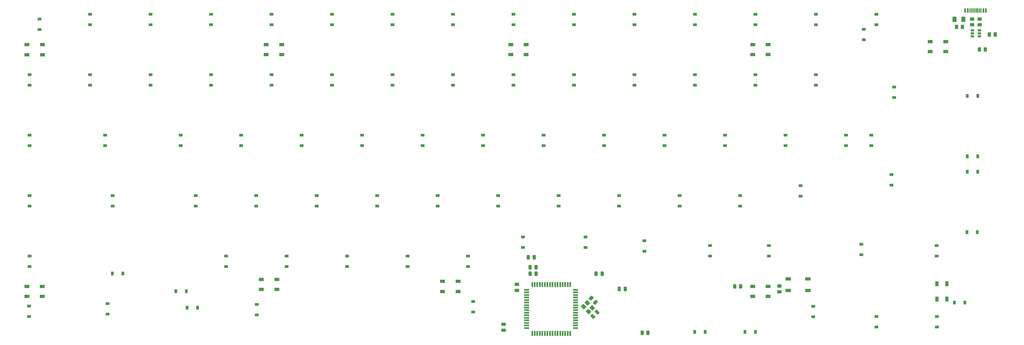
<source format=gbr>
%TF.GenerationSoftware,KiCad,Pcbnew,(5.1.9)-1*%
%TF.CreationDate,2021-05-17T13:38:32-04:00*%
%TF.ProjectId,rnm-75E,726e6d2d-3735-4452-9e6b-696361645f70,rev?*%
%TF.SameCoordinates,Original*%
%TF.FileFunction,Paste,Bot*%
%TF.FilePolarity,Positive*%
%FSLAX46Y46*%
G04 Gerber Fmt 4.6, Leading zero omitted, Abs format (unit mm)*
G04 Created by KiCad (PCBNEW (5.1.9)-1) date 2021-05-17 13:38:32*
%MOMM*%
%LPD*%
G01*
G04 APERTURE LIST*
%ADD10R,0.900000X1.200000*%
%ADD11R,1.200000X0.900000*%
%ADD12R,0.600000X1.450000*%
%ADD13R,0.300000X1.450000*%
%ADD14R,1.060000X0.650000*%
%ADD15R,1.500000X0.550000*%
%ADD16R,0.550000X1.500000*%
%ADD17C,0.100000*%
%ADD18R,1.800000X1.100000*%
%ADD19R,1.500000X1.000000*%
%ADD20R,1.000000X1.500000*%
G04 APERTURE END LIST*
D10*
%TO.C,D_SPLIT_RS_R1*%
X125412500Y-187325000D03*
X128712500Y-187325000D03*
%TD*%
D11*
%TO.C,D_SPLIT_BS_R1*%
X342106250Y-108075000D03*
X342106250Y-104775000D03*
%TD*%
D12*
%TO.C,J2*%
X380545000Y-98865000D03*
X379745000Y-98865000D03*
X374845000Y-98865000D03*
X374045000Y-98865000D03*
X374045000Y-98865000D03*
X374845000Y-98865000D03*
X379745000Y-98865000D03*
X380545000Y-98865000D03*
D13*
X375545000Y-98865000D03*
X376045000Y-98865000D03*
X376545000Y-98865000D03*
X377545000Y-98865000D03*
X378045000Y-98865000D03*
X378545000Y-98865000D03*
X379045000Y-98865000D03*
X377045000Y-98865000D03*
%TD*%
%TO.C,C_F3*%
G36*
G01*
X237832500Y-177093750D02*
X237832500Y-176143750D01*
G75*
G02*
X238082500Y-175893750I250000J0D01*
G01*
X238582500Y-175893750D01*
G75*
G02*
X238832500Y-176143750I0J-250000D01*
G01*
X238832500Y-177093750D01*
G75*
G02*
X238582500Y-177343750I-250000J0D01*
G01*
X238082500Y-177343750D01*
G75*
G02*
X237832500Y-177093750I0J250000D01*
G01*
G37*
G36*
G01*
X235932500Y-177093750D02*
X235932500Y-176143750D01*
G75*
G02*
X236182500Y-175893750I250000J0D01*
G01*
X236682500Y-175893750D01*
G75*
G02*
X236932500Y-176143750I0J-250000D01*
G01*
X236932500Y-177093750D01*
G75*
G02*
X236682500Y-177343750I-250000J0D01*
G01*
X236182500Y-177343750D01*
G75*
G02*
X235932500Y-177093750I0J250000D01*
G01*
G37*
%TD*%
%TO.C,C_X2*%
G36*
G01*
X256906029Y-189507878D02*
X256234278Y-190179629D01*
G75*
G02*
X255880724Y-190179629I-176777J176777D01*
G01*
X255527171Y-189826076D01*
G75*
G02*
X255527171Y-189472522I176777J176777D01*
G01*
X256198922Y-188800771D01*
G75*
G02*
X256552476Y-188800771I176777J-176777D01*
G01*
X256906029Y-189154324D01*
G75*
G02*
X256906029Y-189507878I-176777J-176777D01*
G01*
G37*
G36*
G01*
X258249531Y-190851380D02*
X257577780Y-191523131D01*
G75*
G02*
X257224226Y-191523131I-176777J176777D01*
G01*
X256870673Y-191169578D01*
G75*
G02*
X256870673Y-190816024I176777J176777D01*
G01*
X257542424Y-190144273D01*
G75*
G02*
X257895978Y-190144273I176777J-176777D01*
G01*
X258249531Y-190497826D01*
G75*
G02*
X258249531Y-190851380I-176777J-176777D01*
G01*
G37*
%TD*%
D14*
%TO.C,U2*%
X376317600Y-106036000D03*
X376317600Y-105086000D03*
X376317600Y-106986000D03*
X378517600Y-106986000D03*
X378517600Y-106036000D03*
X378517600Y-105086000D03*
%TD*%
D15*
%TO.C,U1*%
X235975000Y-186900000D03*
X235975000Y-187700000D03*
X235975000Y-188500000D03*
X235975000Y-189300000D03*
X235975000Y-190100000D03*
X235975000Y-190900000D03*
X235975000Y-191700000D03*
X235975000Y-192500000D03*
X235975000Y-193300000D03*
X235975000Y-194100000D03*
X235975000Y-194900000D03*
X235975000Y-195700000D03*
X235975000Y-196500000D03*
X235975000Y-197300000D03*
X235975000Y-198100000D03*
X235975000Y-198900000D03*
D16*
X237675000Y-200600000D03*
X238475000Y-200600000D03*
X239275000Y-200600000D03*
X240075000Y-200600000D03*
X240875000Y-200600000D03*
X241675000Y-200600000D03*
X242475000Y-200600000D03*
X243275000Y-200600000D03*
X244075000Y-200600000D03*
X244875000Y-200600000D03*
X245675000Y-200600000D03*
X246475000Y-200600000D03*
X247275000Y-200600000D03*
X248075000Y-200600000D03*
X248875000Y-200600000D03*
X249675000Y-200600000D03*
D15*
X251375000Y-198900000D03*
X251375000Y-198100000D03*
X251375000Y-197300000D03*
X251375000Y-196500000D03*
X251375000Y-195700000D03*
X251375000Y-194900000D03*
X251375000Y-194100000D03*
X251375000Y-193300000D03*
X251375000Y-192500000D03*
X251375000Y-191700000D03*
X251375000Y-190900000D03*
X251375000Y-190100000D03*
X251375000Y-189300000D03*
X251375000Y-188500000D03*
X251375000Y-187700000D03*
X251375000Y-186900000D03*
D16*
X249675000Y-185200000D03*
X248875000Y-185200000D03*
X248075000Y-185200000D03*
X247275000Y-185200000D03*
X246475000Y-185200000D03*
X245675000Y-185200000D03*
X244875000Y-185200000D03*
X244075000Y-185200000D03*
X243275000Y-185200000D03*
X242475000Y-185200000D03*
X241675000Y-185200000D03*
X240875000Y-185200000D03*
X240075000Y-185200000D03*
X239275000Y-185200000D03*
X238475000Y-185200000D03*
X237675000Y-185200000D03*
%TD*%
%TO.C,R2*%
G36*
G01*
X302006500Y-185344498D02*
X302006500Y-186244502D01*
G75*
G02*
X301756502Y-186494500I-249998J0D01*
G01*
X301231498Y-186494500D01*
G75*
G02*
X300981500Y-186244502I0J249998D01*
G01*
X300981500Y-185344498D01*
G75*
G02*
X301231498Y-185094500I249998J0D01*
G01*
X301756502Y-185094500D01*
G75*
G02*
X302006500Y-185344498I0J-249998D01*
G01*
G37*
G36*
G01*
X303831500Y-185344498D02*
X303831500Y-186244502D01*
G75*
G02*
X303581502Y-186494500I-249998J0D01*
G01*
X303056498Y-186494500D01*
G75*
G02*
X302806500Y-186244502I0J249998D01*
G01*
X302806500Y-185344498D01*
G75*
G02*
X303056498Y-185094500I249998J0D01*
G01*
X303581502Y-185094500D01*
G75*
G02*
X303831500Y-185344498I0J-249998D01*
G01*
G37*
%TD*%
%TO.C,C_FM1*%
G36*
G01*
X239406500Y-179287000D02*
X239406500Y-180237000D01*
G75*
G02*
X239156500Y-180487000I-250000J0D01*
G01*
X238656500Y-180487000D01*
G75*
G02*
X238406500Y-180237000I0J250000D01*
G01*
X238406500Y-179287000D01*
G75*
G02*
X238656500Y-179037000I250000J0D01*
G01*
X239156500Y-179037000D01*
G75*
G02*
X239406500Y-179287000I0J-250000D01*
G01*
G37*
G36*
G01*
X237506500Y-179287000D02*
X237506500Y-180237000D01*
G75*
G02*
X237256500Y-180487000I-250000J0D01*
G01*
X236756500Y-180487000D01*
G75*
G02*
X236506500Y-180237000I0J250000D01*
G01*
X236506500Y-179287000D01*
G75*
G02*
X236756500Y-179037000I250000J0D01*
G01*
X237256500Y-179037000D01*
G75*
G02*
X237506500Y-179287000I0J-250000D01*
G01*
G37*
%TD*%
D17*
%TO.C,Y1*%
G36*
X257505955Y-192606865D02*
G01*
X256657427Y-193455393D01*
X255667477Y-192465443D01*
X256516005Y-191616915D01*
X257505955Y-192606865D01*
G37*
G36*
X255950320Y-191051230D02*
G01*
X255101792Y-191899758D01*
X254111842Y-190909808D01*
X254960370Y-190061280D01*
X255950320Y-191051230D01*
G37*
G36*
X254748239Y-192253311D02*
G01*
X253899711Y-193101839D01*
X252909761Y-192111889D01*
X253758289Y-191263361D01*
X254748239Y-192253311D01*
G37*
G36*
X256303874Y-193808946D02*
G01*
X255455346Y-194657474D01*
X254465396Y-193667524D01*
X255313924Y-192818996D01*
X256303874Y-193808946D01*
G37*
%TD*%
D18*
%TO.C,SW1*%
X318281500Y-183413250D03*
X324481500Y-187113250D03*
X318281500Y-187113250D03*
X324481500Y-183413250D03*
%TD*%
%TO.C,R_u2*%
G36*
G01*
X382175250Y-105969498D02*
X382175250Y-106869502D01*
G75*
G02*
X381925252Y-107119500I-249998J0D01*
G01*
X381400248Y-107119500D01*
G75*
G02*
X381150250Y-106869502I0J249998D01*
G01*
X381150250Y-105969498D01*
G75*
G02*
X381400248Y-105719500I249998J0D01*
G01*
X381925252Y-105719500D01*
G75*
G02*
X382175250Y-105969498I0J-249998D01*
G01*
G37*
G36*
G01*
X384000250Y-105969498D02*
X384000250Y-106869502D01*
G75*
G02*
X383750252Y-107119500I-249998J0D01*
G01*
X383225248Y-107119500D01*
G75*
G02*
X382975250Y-106869502I0J249998D01*
G01*
X382975250Y-105969498D01*
G75*
G02*
X383225248Y-105719500I249998J0D01*
G01*
X383750252Y-105719500D01*
G75*
G02*
X384000250Y-105969498I0J-249998D01*
G01*
G37*
%TD*%
%TO.C,R_u1*%
G36*
G01*
X372656500Y-104488252D02*
X372656500Y-103588248D01*
G75*
G02*
X372906498Y-103338250I249998J0D01*
G01*
X373431502Y-103338250D01*
G75*
G02*
X373681500Y-103588248I0J-249998D01*
G01*
X373681500Y-104488252D01*
G75*
G02*
X373431502Y-104738250I-249998J0D01*
G01*
X372906498Y-104738250D01*
G75*
G02*
X372656500Y-104488252I0J249998D01*
G01*
G37*
G36*
G01*
X370831500Y-104488252D02*
X370831500Y-103588248D01*
G75*
G02*
X371081498Y-103338250I249998J0D01*
G01*
X371606502Y-103338250D01*
G75*
G02*
X371856500Y-103588248I0J-249998D01*
G01*
X371856500Y-104488252D01*
G75*
G02*
X371606502Y-104738250I-249998J0D01*
G01*
X371081498Y-104738250D01*
G75*
G02*
X370831500Y-104488252I0J249998D01*
G01*
G37*
%TD*%
%TO.C,R_SW2*%
G36*
G01*
X271795000Y-200881252D02*
X271795000Y-199981248D01*
G75*
G02*
X272044998Y-199731250I249998J0D01*
G01*
X272570002Y-199731250D01*
G75*
G02*
X272820000Y-199981248I0J-249998D01*
G01*
X272820000Y-200881252D01*
G75*
G02*
X272570002Y-201131250I-249998J0D01*
G01*
X272044998Y-201131250D01*
G75*
G02*
X271795000Y-200881252I0J249998D01*
G01*
G37*
G36*
G01*
X273620000Y-200881252D02*
X273620000Y-199981248D01*
G75*
G02*
X273869998Y-199731250I249998J0D01*
G01*
X274395002Y-199731250D01*
G75*
G02*
X274645000Y-199981248I0J-249998D01*
G01*
X274645000Y-200881252D01*
G75*
G02*
X274395002Y-201131250I-249998J0D01*
G01*
X273869998Y-201131250D01*
G75*
G02*
X273620000Y-200881252I0J249998D01*
G01*
G37*
%TD*%
%TO.C,R_SW1*%
G36*
G01*
X315975602Y-188021500D02*
X315075598Y-188021500D01*
G75*
G02*
X314825600Y-187771502I0J249998D01*
G01*
X314825600Y-187246498D01*
G75*
G02*
X315075598Y-186996500I249998J0D01*
G01*
X315975602Y-186996500D01*
G75*
G02*
X316225600Y-187246498I0J-249998D01*
G01*
X316225600Y-187771502D01*
G75*
G02*
X315975602Y-188021500I-249998J0D01*
G01*
G37*
G36*
G01*
X315975602Y-186196500D02*
X315075598Y-186196500D01*
G75*
G02*
X314825600Y-185946502I0J249998D01*
G01*
X314825600Y-185421498D01*
G75*
G02*
X315075598Y-185171500I249998J0D01*
G01*
X315975602Y-185171500D01*
G75*
G02*
X316225600Y-185421498I0J-249998D01*
G01*
X316225600Y-185946502D01*
G75*
G02*
X315975602Y-186196500I-249998J0D01*
G01*
G37*
%TD*%
%TO.C,R_d2*%
G36*
G01*
X376675252Y-102050750D02*
X375775248Y-102050750D01*
G75*
G02*
X375525250Y-101800752I0J249998D01*
G01*
X375525250Y-101275748D01*
G75*
G02*
X375775248Y-101025750I249998J0D01*
G01*
X376675252Y-101025750D01*
G75*
G02*
X376925250Y-101275748I0J-249998D01*
G01*
X376925250Y-101800752D01*
G75*
G02*
X376675252Y-102050750I-249998J0D01*
G01*
G37*
G36*
G01*
X376675252Y-103875750D02*
X375775248Y-103875750D01*
G75*
G02*
X375525250Y-103625752I0J249998D01*
G01*
X375525250Y-103100748D01*
G75*
G02*
X375775248Y-102850750I249998J0D01*
G01*
X376675252Y-102850750D01*
G75*
G02*
X376925250Y-103100748I0J-249998D01*
G01*
X376925250Y-103625752D01*
G75*
G02*
X376675252Y-103875750I-249998J0D01*
G01*
G37*
%TD*%
%TO.C,R_d1*%
G36*
G01*
X379056502Y-102050750D02*
X378156498Y-102050750D01*
G75*
G02*
X377906500Y-101800752I0J249998D01*
G01*
X377906500Y-101275748D01*
G75*
G02*
X378156498Y-101025750I249998J0D01*
G01*
X379056502Y-101025750D01*
G75*
G02*
X379306500Y-101275748I0J-249998D01*
G01*
X379306500Y-101800752D01*
G75*
G02*
X379056502Y-102050750I-249998J0D01*
G01*
G37*
G36*
G01*
X379056502Y-103875750D02*
X378156498Y-103875750D01*
G75*
G02*
X377906500Y-103625752I0J249998D01*
G01*
X377906500Y-103100748D01*
G75*
G02*
X378156498Y-102850750I249998J0D01*
G01*
X379056502Y-102850750D01*
G75*
G02*
X379306500Y-103100748I0J-249998D01*
G01*
X379306500Y-103625752D01*
G75*
G02*
X379056502Y-103875750I-249998J0D01*
G01*
G37*
%TD*%
%TO.C,R1*%
G36*
G01*
X379059300Y-110706598D02*
X379059300Y-111606602D01*
G75*
G02*
X378809302Y-111856600I-249998J0D01*
G01*
X378284298Y-111856600D01*
G75*
G02*
X378034300Y-111606602I0J249998D01*
G01*
X378034300Y-110706598D01*
G75*
G02*
X378284298Y-110456600I249998J0D01*
G01*
X378809302Y-110456600D01*
G75*
G02*
X379059300Y-110706598I0J-249998D01*
G01*
G37*
G36*
G01*
X380884300Y-110706598D02*
X380884300Y-111606602D01*
G75*
G02*
X380634302Y-111856600I-249998J0D01*
G01*
X380109298Y-111856600D01*
G75*
G02*
X379859300Y-111606602I0J249998D01*
G01*
X379859300Y-110706598D01*
G75*
G02*
X380109298Y-110456600I249998J0D01*
G01*
X380634302Y-110456600D01*
G75*
G02*
X380884300Y-110706598I0J-249998D01*
G01*
G37*
%TD*%
%TO.C,F1*%
G36*
G01*
X370044000Y-102282000D02*
X370044000Y-101032000D01*
G75*
G02*
X370294000Y-100782000I250000J0D01*
G01*
X371044000Y-100782000D01*
G75*
G02*
X371294000Y-101032000I0J-250000D01*
G01*
X371294000Y-102282000D01*
G75*
G02*
X371044000Y-102532000I-250000J0D01*
G01*
X370294000Y-102532000D01*
G75*
G02*
X370044000Y-102282000I0J250000D01*
G01*
G37*
G36*
G01*
X372844000Y-102282000D02*
X372844000Y-101032000D01*
G75*
G02*
X373094000Y-100782000I250000J0D01*
G01*
X373844000Y-100782000D01*
G75*
G02*
X374094000Y-101032000I0J-250000D01*
G01*
X374094000Y-102282000D01*
G75*
G02*
X373844000Y-102532000I-250000J0D01*
G01*
X373094000Y-102532000D01*
G75*
G02*
X372844000Y-102282000I0J250000D01*
G01*
G37*
%TD*%
D19*
%TO.C,D98*%
X83400250Y-185782000D03*
X83400250Y-188982000D03*
X78500250Y-185782000D03*
X78500250Y-188982000D03*
%TD*%
%TO.C,D97*%
X152409000Y-186772000D03*
X152409000Y-183572000D03*
X157309000Y-186772000D03*
X157309000Y-183572000D03*
%TD*%
%TO.C,D96*%
X209469000Y-187394500D03*
X209469000Y-184194500D03*
X214369000Y-187394500D03*
X214369000Y-184194500D03*
%TD*%
%TO.C,D95*%
X307100250Y-188982000D03*
X307100250Y-185782000D03*
X312000250Y-188982000D03*
X312000250Y-185782000D03*
%TD*%
D20*
%TO.C,D94*%
X368300250Y-189832000D03*
X365100250Y-189832000D03*
X368300250Y-184932000D03*
X365100250Y-184932000D03*
%TD*%
D19*
%TO.C,D93*%
X363049000Y-111842000D03*
X363049000Y-108642000D03*
X367949000Y-111842000D03*
X367949000Y-108642000D03*
%TD*%
%TO.C,D92*%
X312000250Y-109582000D03*
X312000250Y-112782000D03*
X307100250Y-109582000D03*
X307100250Y-112782000D03*
%TD*%
%TO.C,D91*%
X235800250Y-109582000D03*
X235800250Y-112782000D03*
X230900250Y-109582000D03*
X230900250Y-112782000D03*
%TD*%
%TO.C,D90*%
X153906500Y-112782000D03*
X153906500Y-109582000D03*
X158806500Y-112782000D03*
X158806500Y-109582000D03*
%TD*%
%TO.C,D89*%
X83469000Y-109594500D03*
X83469000Y-112794500D03*
X78569000Y-109594500D03*
X78569000Y-112794500D03*
%TD*%
D10*
%TO.C,D88*%
X377876250Y-168681250D03*
X374576250Y-168681250D03*
%TD*%
%TO.C,D87*%
X378001250Y-149631250D03*
X374701250Y-149631250D03*
%TD*%
%TO.C,D86*%
X378001250Y-144868750D03*
X374701250Y-144868750D03*
%TD*%
%TO.C,D85*%
X378001250Y-125818750D03*
X374701250Y-125818750D03*
%TD*%
D11*
%TO.C,D84*%
X82537750Y-101532000D03*
X82537750Y-104832000D03*
%TD*%
D10*
%TO.C,D83*%
X373907500Y-190906250D03*
X370607500Y-190906250D03*
%TD*%
D11*
%TO.C,D82*%
X365112750Y-195257000D03*
X365112750Y-198557000D03*
%TD*%
%TO.C,D81*%
X365081000Y-176207000D03*
X365081000Y-172907000D03*
%TD*%
%TO.C,D80*%
X350825250Y-153919500D03*
X350825250Y-150619500D03*
%TD*%
%TO.C,D79*%
X344475250Y-138107000D03*
X344475250Y-141407000D03*
%TD*%
%TO.C,D78*%
X351631250Y-123031250D03*
X351631250Y-126331250D03*
%TD*%
%TO.C,D77*%
X346062750Y-195257000D03*
X346062750Y-198557000D03*
%TD*%
%TO.C,D76*%
X346062750Y-100007000D03*
X346062750Y-103307000D03*
%TD*%
%TO.C,D75*%
X341363750Y-175825000D03*
X341363750Y-172525000D03*
%TD*%
%TO.C,D74*%
X336537750Y-138107000D03*
X336537750Y-141407000D03*
%TD*%
%TO.C,D73*%
X327012750Y-119057000D03*
X327012750Y-122357000D03*
%TD*%
%TO.C,D72*%
X327012750Y-100007000D03*
X327012750Y-103307000D03*
%TD*%
%TO.C,D71*%
X322250250Y-157344500D03*
X322250250Y-154044500D03*
%TD*%
%TO.C,D70*%
X317487750Y-138107000D03*
X317487750Y-141407000D03*
%TD*%
%TO.C,D69*%
X312249000Y-176207000D03*
X312249000Y-172907000D03*
%TD*%
%TO.C,D68*%
X307962750Y-119057000D03*
X307962750Y-122357000D03*
%TD*%
%TO.C,D67*%
X307962750Y-100007000D03*
X307962750Y-103307000D03*
%TD*%
%TO.C,D66*%
X326219000Y-192082000D03*
X326219000Y-195382000D03*
%TD*%
%TO.C,D65*%
X303200250Y-157157000D03*
X303200250Y-160457000D03*
%TD*%
%TO.C,D64*%
X298437750Y-138107000D03*
X298437750Y-141407000D03*
%TD*%
%TO.C,D63*%
X293675250Y-176207000D03*
X293675250Y-172907000D03*
%TD*%
%TO.C,D62*%
X288912750Y-119057000D03*
X288912750Y-122357000D03*
%TD*%
%TO.C,D61*%
X288912750Y-100007000D03*
X288912750Y-103307000D03*
%TD*%
D10*
%TO.C,D60*%
X307962750Y-200082000D03*
X304662750Y-200082000D03*
%TD*%
D11*
%TO.C,D59*%
X284150250Y-157157000D03*
X284150250Y-160457000D03*
%TD*%
%TO.C,D58*%
X279387750Y-138107000D03*
X279387750Y-141407000D03*
%TD*%
%TO.C,D57*%
X273037750Y-174744500D03*
X273037750Y-171444500D03*
%TD*%
%TO.C,D56*%
X269862750Y-119057000D03*
X269862750Y-122357000D03*
%TD*%
%TO.C,D55*%
X269862750Y-100007000D03*
X269862750Y-103307000D03*
%TD*%
%TO.C,D54*%
X265100250Y-157157000D03*
X265100250Y-160457000D03*
%TD*%
D10*
%TO.C,D53*%
X292150250Y-200082000D03*
X288850250Y-200082000D03*
%TD*%
D11*
%TO.C,D52*%
X260337750Y-138107000D03*
X260337750Y-141407000D03*
%TD*%
%TO.C,D51*%
X254464000Y-173537000D03*
X254464000Y-170237000D03*
%TD*%
%TO.C,D50*%
X250812750Y-119057000D03*
X250812750Y-122357000D03*
%TD*%
%TO.C,D49*%
X250812750Y-100007000D03*
X250812750Y-103307000D03*
%TD*%
%TO.C,D48*%
X246050250Y-157157000D03*
X246050250Y-160457000D03*
%TD*%
%TO.C,D47*%
X241287750Y-138107000D03*
X241287750Y-141407000D03*
%TD*%
%TO.C,D46*%
X234779000Y-173537000D03*
X234779000Y-170237000D03*
%TD*%
%TO.C,D45*%
X231762750Y-119057000D03*
X231762750Y-122357000D03*
%TD*%
%TO.C,D44*%
X231762750Y-100007000D03*
X231762750Y-103307000D03*
%TD*%
%TO.C,D43*%
X227000250Y-157157000D03*
X227000250Y-160457000D03*
%TD*%
%TO.C,D42*%
X222237750Y-138107000D03*
X222237750Y-141407000D03*
%TD*%
%TO.C,D41*%
X219062750Y-193857000D03*
X219062750Y-190557000D03*
%TD*%
%TO.C,D40*%
X217475250Y-176207000D03*
X217475250Y-179507000D03*
%TD*%
%TO.C,D39*%
X212712750Y-119057000D03*
X212712750Y-122357000D03*
%TD*%
%TO.C,D38*%
X212712750Y-100007000D03*
X212712750Y-103307000D03*
%TD*%
%TO.C,D37*%
X207950250Y-157157000D03*
X207950250Y-160457000D03*
%TD*%
%TO.C,D36*%
X203187750Y-138107000D03*
X203187750Y-141407000D03*
%TD*%
%TO.C,D35*%
X198425250Y-176207000D03*
X198425250Y-179507000D03*
%TD*%
%TO.C,D34*%
X193662750Y-119057000D03*
X193662750Y-122357000D03*
%TD*%
%TO.C,D33*%
X193662750Y-100007000D03*
X193662750Y-103307000D03*
%TD*%
%TO.C,D32*%
X188900250Y-157157000D03*
X188900250Y-160457000D03*
%TD*%
%TO.C,D31*%
X184137750Y-138107000D03*
X184137750Y-141407000D03*
%TD*%
%TO.C,D30*%
X179375250Y-176207000D03*
X179375250Y-179507000D03*
%TD*%
%TO.C,D29*%
X174612750Y-119057000D03*
X174612750Y-122357000D03*
%TD*%
%TO.C,D28*%
X174612750Y-100007000D03*
X174612750Y-103307000D03*
%TD*%
%TO.C,D27*%
X169850250Y-157157000D03*
X169850250Y-160457000D03*
%TD*%
%TO.C,D26*%
X165087750Y-138107000D03*
X165087750Y-141407000D03*
%TD*%
%TO.C,D25*%
X160325250Y-176207000D03*
X160325250Y-179507000D03*
%TD*%
%TO.C,D24*%
X155562750Y-119057000D03*
X155562750Y-122357000D03*
%TD*%
%TO.C,D23*%
X155562750Y-100007000D03*
X155562750Y-103307000D03*
%TD*%
%TO.C,D22*%
X150800250Y-157157000D03*
X150800250Y-160457000D03*
%TD*%
%TO.C,D21*%
X146037750Y-138107000D03*
X146037750Y-141407000D03*
%TD*%
%TO.C,D20*%
X150959000Y-194747000D03*
X150959000Y-191447000D03*
%TD*%
%TO.C,D19*%
X141275250Y-176207000D03*
X141275250Y-179507000D03*
%TD*%
%TO.C,D18*%
X136512750Y-119057000D03*
X136512750Y-122357000D03*
%TD*%
%TO.C,D17*%
X136512750Y-100007000D03*
X136512750Y-103307000D03*
%TD*%
%TO.C,D16*%
X131750250Y-157157000D03*
X131750250Y-160457000D03*
%TD*%
%TO.C,D15*%
X126987750Y-138107000D03*
X126987750Y-141407000D03*
%TD*%
D10*
%TO.C,D14*%
X128989000Y-192462000D03*
X132289000Y-192462000D03*
%TD*%
D11*
%TO.C,D13*%
X117462750Y-119057000D03*
X117462750Y-122357000D03*
%TD*%
%TO.C,D12*%
X117462750Y-100007000D03*
X117462750Y-103307000D03*
%TD*%
%TO.C,D11*%
X103969000Y-194492000D03*
X103969000Y-191192000D03*
%TD*%
D10*
%TO.C,D10*%
X105443750Y-181768750D03*
X108743750Y-181768750D03*
%TD*%
D11*
%TO.C,D9*%
X105556500Y-157157000D03*
X105556500Y-160457000D03*
%TD*%
%TO.C,D8*%
X103175250Y-138107000D03*
X103175250Y-141407000D03*
%TD*%
%TO.C,D7*%
X98412750Y-119057000D03*
X98412750Y-122357000D03*
%TD*%
%TO.C,D6*%
X98412750Y-100007000D03*
X98412750Y-103307000D03*
%TD*%
%TO.C,D5*%
X79204000Y-195257000D03*
X79204000Y-191957000D03*
%TD*%
%TO.C,D4*%
X79362750Y-176207000D03*
X79362750Y-179507000D03*
%TD*%
%TO.C,D3*%
X79362750Y-157157000D03*
X79362750Y-160457000D03*
%TD*%
%TO.C,D2*%
X79362750Y-138107000D03*
X79362750Y-141407000D03*
%TD*%
%TO.C,D1*%
X79362750Y-119057000D03*
X79362750Y-122357000D03*
%TD*%
%TO.C,CF3*%
G36*
G01*
X264600250Y-187063250D02*
X264600250Y-186113250D01*
G75*
G02*
X264850250Y-185863250I250000J0D01*
G01*
X265350250Y-185863250D01*
G75*
G02*
X265600250Y-186113250I0J-250000D01*
G01*
X265600250Y-187063250D01*
G75*
G02*
X265350250Y-187313250I-250000J0D01*
G01*
X264850250Y-187313250D01*
G75*
G02*
X264600250Y-187063250I0J250000D01*
G01*
G37*
G36*
G01*
X266500250Y-187063250D02*
X266500250Y-186113250D01*
G75*
G02*
X266750250Y-185863250I250000J0D01*
G01*
X267250250Y-185863250D01*
G75*
G02*
X267500250Y-186113250I0J-250000D01*
G01*
X267500250Y-187063250D01*
G75*
G02*
X267250250Y-187313250I-250000J0D01*
G01*
X266750250Y-187313250D01*
G75*
G02*
X266500250Y-187063250I0J250000D01*
G01*
G37*
%TD*%
%TO.C,C_X1*%
G36*
G01*
X256793078Y-194541171D02*
X257464829Y-195212922D01*
G75*
G02*
X257464829Y-195566476I-176777J-176777D01*
G01*
X257111276Y-195920029D01*
G75*
G02*
X256757722Y-195920029I-176777J176777D01*
G01*
X256085971Y-195248278D01*
G75*
G02*
X256085971Y-194894724I176777J176777D01*
G01*
X256439524Y-194541171D01*
G75*
G02*
X256793078Y-194541171I176777J-176777D01*
G01*
G37*
G36*
G01*
X258136580Y-193197669D02*
X258808331Y-193869420D01*
G75*
G02*
X258808331Y-194222974I-176777J-176777D01*
G01*
X258454778Y-194576527D01*
G75*
G02*
X258101224Y-194576527I-176777J176777D01*
G01*
X257429473Y-193904776D01*
G75*
G02*
X257429473Y-193551222I176777J176777D01*
G01*
X257783026Y-193197669D01*
G75*
G02*
X258136580Y-193197669I176777J-176777D01*
G01*
G37*
%TD*%
%TO.C,C_ucap1*%
G36*
G01*
X260200250Y-181350750D02*
X260200250Y-182300750D01*
G75*
G02*
X259950250Y-182550750I-250000J0D01*
G01*
X259450250Y-182550750D01*
G75*
G02*
X259200250Y-182300750I0J250000D01*
G01*
X259200250Y-181350750D01*
G75*
G02*
X259450250Y-181100750I250000J0D01*
G01*
X259950250Y-181100750D01*
G75*
G02*
X260200250Y-181350750I0J-250000D01*
G01*
G37*
G36*
G01*
X258300250Y-181350750D02*
X258300250Y-182300750D01*
G75*
G02*
X258050250Y-182550750I-250000J0D01*
G01*
X257550250Y-182550750D01*
G75*
G02*
X257300250Y-182300750I0J250000D01*
G01*
X257300250Y-181350750D01*
G75*
G02*
X257550250Y-181100750I250000J0D01*
G01*
X258050250Y-181100750D01*
G75*
G02*
X258300250Y-181350750I0J-250000D01*
G01*
G37*
%TD*%
%TO.C,C_F4*%
G36*
G01*
X232399000Y-184662000D02*
X233349000Y-184662000D01*
G75*
G02*
X233599000Y-184912000I0J-250000D01*
G01*
X233599000Y-185412000D01*
G75*
G02*
X233349000Y-185662000I-250000J0D01*
G01*
X232399000Y-185662000D01*
G75*
G02*
X232149000Y-185412000I0J250000D01*
G01*
X232149000Y-184912000D01*
G75*
G02*
X232399000Y-184662000I250000J0D01*
G01*
G37*
G36*
G01*
X232399000Y-186562000D02*
X233349000Y-186562000D01*
G75*
G02*
X233599000Y-186812000I0J-250000D01*
G01*
X233599000Y-187312000D01*
G75*
G02*
X233349000Y-187562000I-250000J0D01*
G01*
X232399000Y-187562000D01*
G75*
G02*
X232149000Y-187312000I0J250000D01*
G01*
X232149000Y-186812000D01*
G75*
G02*
X232399000Y-186562000I250000J0D01*
G01*
G37*
%TD*%
%TO.C,C_F2*%
G36*
G01*
X229126250Y-200137500D02*
X228176250Y-200137500D01*
G75*
G02*
X227926250Y-199887500I0J250000D01*
G01*
X227926250Y-199387500D01*
G75*
G02*
X228176250Y-199137500I250000J0D01*
G01*
X229126250Y-199137500D01*
G75*
G02*
X229376250Y-199387500I0J-250000D01*
G01*
X229376250Y-199887500D01*
G75*
G02*
X229126250Y-200137500I-250000J0D01*
G01*
G37*
G36*
G01*
X229126250Y-198237500D02*
X228176250Y-198237500D01*
G75*
G02*
X227926250Y-197987500I0J250000D01*
G01*
X227926250Y-197487500D01*
G75*
G02*
X228176250Y-197237500I250000J0D01*
G01*
X229126250Y-197237500D01*
G75*
G02*
X229376250Y-197487500I0J-250000D01*
G01*
X229376250Y-197987500D01*
G75*
G02*
X229126250Y-198237500I-250000J0D01*
G01*
G37*
%TD*%
%TO.C,C_F1*%
G36*
G01*
X239406500Y-181350750D02*
X239406500Y-182300750D01*
G75*
G02*
X239156500Y-182550750I-250000J0D01*
G01*
X238656500Y-182550750D01*
G75*
G02*
X238406500Y-182300750I0J250000D01*
G01*
X238406500Y-181350750D01*
G75*
G02*
X238656500Y-181100750I250000J0D01*
G01*
X239156500Y-181100750D01*
G75*
G02*
X239406500Y-181350750I0J-250000D01*
G01*
G37*
G36*
G01*
X237506500Y-181350750D02*
X237506500Y-182300750D01*
G75*
G02*
X237256500Y-182550750I-250000J0D01*
G01*
X236756500Y-182550750D01*
G75*
G02*
X236506500Y-182300750I0J250000D01*
G01*
X236506500Y-181350750D01*
G75*
G02*
X236756500Y-181100750I250000J0D01*
G01*
X237256500Y-181100750D01*
G75*
G02*
X237506500Y-181350750I0J-250000D01*
G01*
G37*
%TD*%
M02*

</source>
